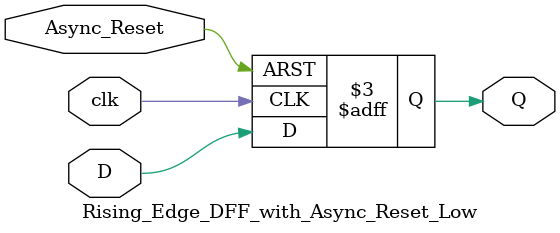
<source format=v>
module Rising_Edge_DFF_with_Async_Reset_Low(
	input D,
	input clk,
	input Async_Reset,
	output reg Q
);

always @(posedge clk or negedge Async_Reset)
begin

	if(Async_Reset == 1'b0)
		
		Q <= 1'b0;
		
	else
	
		Q <= D;

end

endmodule

</source>
